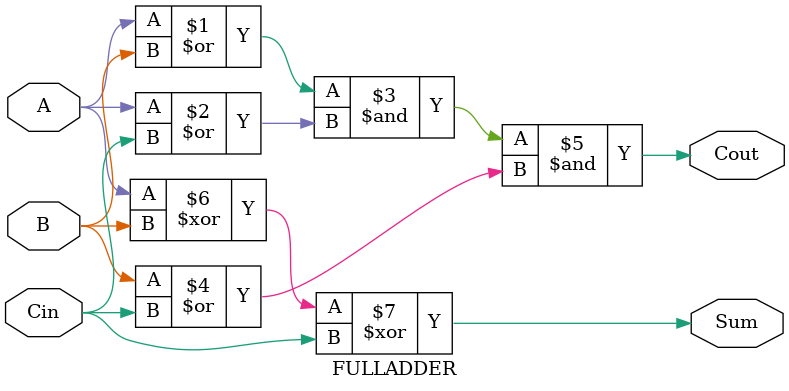
<source format=v>
module FULLADDER(
    output Sum,
    output Cout,
    input A,
    input B,
    input Cin);
    //Full adder is two half adder, so
    assign Cout=(A|B)&(A|Cin)&(B|Cin); //Cout=1 if set {A,B,Cin} has at least two 1s
    assign Sum=A^B^Cin; // Sum is 1 if set{A,B,Cin} has a odd number of 1s
endmodule
</source>
